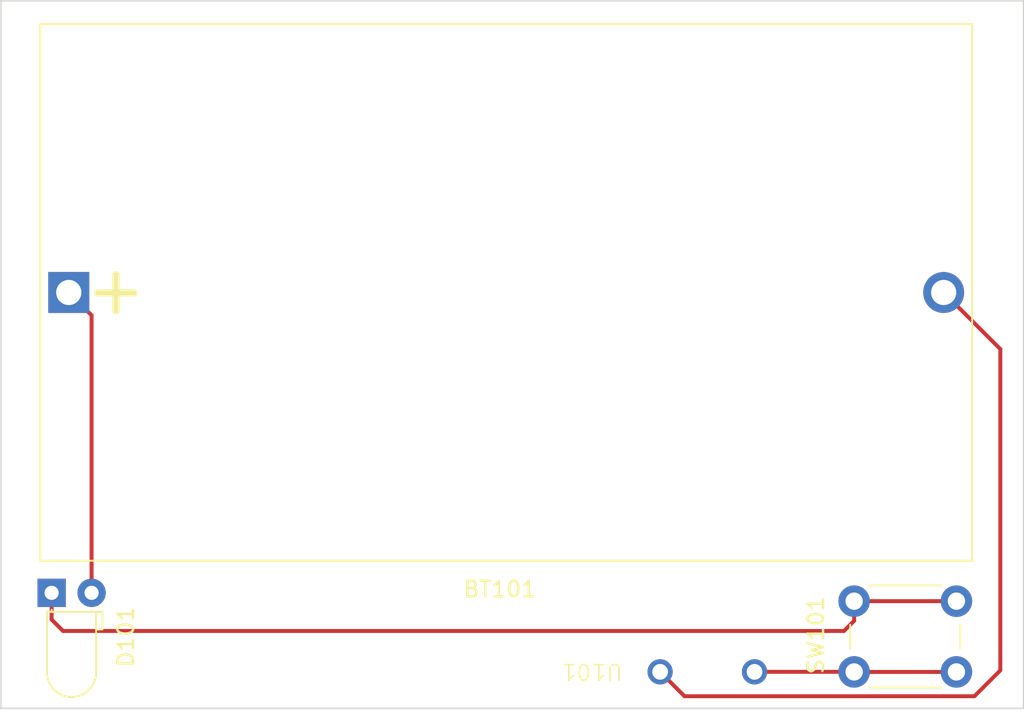
<source format=kicad_pcb>
(kicad_pcb (version 20241229) (generator "pcbnew") (generator_version "9.0")
  (layers (0 "F.Cu" signal) (2 "B.Cu" signal) (13 "F.Paste" user) (15 "B.Paste" user) (5 "F.SilkS" user "F.Silkscreen") (7 "B.SilkS" user "B.Silkscreen") (1 "F.Mask" user) (3 "B.Mask" user) (25 "Edge.Cuts" user))
  (net 0 "")
  (net 1 "+3V0")
  (net 2 "GND")
  (net 3 "Net-(D101-K)")
  (net 4 "Net-(U101-input)")
  (footprint "Battery:BatteryHolder_Bulgin_BX0036_1xC" (layer "F.Cu") (at 114.32 83.55)
    (property "Reference" "BT101" (at 27.4 18.87 0) (layer "F.SilkS"))
    (property "Value" "Battery")
    (fp_line (start -1.81 -17.06) (end -1.81 17.06) (stroke (width 0.12)) (layer "F.SilkS"))
    (fp_line (start -1.81 -17.06) (end 57.41 -17.06) (stroke (width 0.12)) (layer "F.SilkS"))
    (fp_line (start -1.81 17.06) (end 57.41 17.06) (stroke (width 0.12)) (layer "F.SilkS"))
    (fp_line (start 57.41 -17.06) (end 57.41 17.06) (stroke (width 0.12)) (layer "F.SilkS"))
    (fp_text user "+" (at 3 -0.2 0) (layer "F.SilkS") (effects (font (size 3 3) (thickness 0.45))))
    (pad "" np_thru_hole circle (at 11.9 0) (size 3.8 3.8) (drill 3.8) (layers "*.Cu" "*.Mask"))
    (pad "" np_thru_hole circle (at 43.7 0) (size 3.8 3.8) (drill 3.8) (layers "*.Cu" "*.Mask"))
    (pad "1" thru_hole rect (at 0 0) (size 2.6 2.6) (drill 1.6) (layers "*.Cu" "*.Mask") (net 1 "+3V0"))
    (pad "2" thru_hole circle (at 55.6 0) (size 2.6 2.6) (drill 1.6) (layers "*.Cu" "*.Mask") (net 2 "GND"))
  )
  (footprint "LED_THT:LED_D3.0mm_Horizontal_O1.27mm_Z2.0mm" (layer "F.Cu") (at 113.23 102.65)
    (property "Reference" "D101" (at 4.72 2.8 90) (layer "F.SilkS"))
    (property "Value" "LED")
    (fp_line (start -0.29 1.21) (end -0.29 5.07) (stroke (width 0.12)) (layer "F.SilkS"))
    (fp_line (start -0.29 1.21) (end 2.83 1.21) (stroke (width 0.12)) (layer "F.SilkS"))
    (fp_line (start 2.83 1.21) (end 2.83 5.07) (stroke (width 0.12)) (layer "F.SilkS"))
    (fp_rect (start 0 1.08) (end 0 1.21) (stroke (width 0.12)) (fill no) (layer "F.SilkS"))
    (fp_rect (start 2.54 1.08) (end 2.54 1.21) (stroke (width 0.12)) (fill no) (layer "F.SilkS"))
    (fp_rect (start 2.83 1.21) (end 3.23 2.33) (stroke (width 0.12)) (fill no) (layer "F.SilkS"))
    (fp_arc (start 2.83 5.07) (mid 1.27 6.63) (end -0.29 5.07) (stroke (width 0.12)) (layer "F.SilkS"))
    (pad "1" thru_hole rect (at 0 0) (size 1.8 1.8) (drill 0.9) (layers "*.Cu" "*.Mask") (net 3 "Net-(D101-K)"))
    (pad "2" thru_hole circle (at 2.54 0) (size 1.8 1.8) (drill 0.9) (layers "*.Cu" "*.Mask") (net 1 "+3V0"))
  )
  (footprint "Button_Switch_THT:SW_PUSH_6mm" (layer "F.Cu") (at 164.23 103.18)
    (property "Reference" "SW101" (at -2.43 2.16 270) (layer "F.SilkS"))
    (property "Value" "SW_Push")
    (fp_line (start -0.25 1.5) (end -0.25 3) (stroke (width 0.12)) (layer "F.SilkS"))
    (fp_line (start 1 5.5) (end 5.5 5.5) (stroke (width 0.12)) (layer "F.SilkS"))
    (fp_line (start 5.5 -1) (end 1 -1) (stroke (width 0.12)) (layer "F.SilkS"))
    (fp_line (start 6.75 3) (end 6.75 1.5) (stroke (width 0.12)) (layer "F.SilkS"))
    (pad "1" thru_hole circle (at 0 0 90) (size 2 2) (drill 1.1) (layers "*.Cu" "*.Mask") (net 3 "Net-(D101-K)"))
    (pad "1" thru_hole circle (at 6.5 0 90) (size 2 2) (drill 1.1) (layers "*.Cu" "*.Mask") (net 3 "Net-(D101-K)"))
    (pad "2" thru_hole circle (at 0 4.5 90) (size 2 2) (drill 1.1) (layers "*.Cu" "*.Mask") (net 4 "Net-(U101-input)"))
    (pad "2" thru_hole circle (at 6.5 4.5 90) (size 2 2) (drill 1.1) (layers "*.Cu" "*.Mask") (net 4 "Net-(U101-input)"))
  )
  (footprint "test-fp-library:Line" (layer "F.Cu") (at 154.9 107.675 180)
    (property "Reference" "U101" (at 7.325 0 180) (layer "F.SilkS") (effects (font (thickness 0.1))))
    (property "Value" "~")
    (pad "1" thru_hole circle (at -3 0 180) (size 1.6 1.6) (drill 1) (layers "*.Cu" "*.Mask") (net 4 "Net-(U101-input)"))
    (pad "2" thru_hole circle (at 3 0 180) (size 1.6 1.6) (drill 1) (layers "*.Cu" "*.Mask") (net 2 "GND"))
  )
  (gr_line (start 175 110) (end 175 65) (stroke (width 0.1)) (layer "Edge.Cuts"))
  (gr_line (start 110 65) (end 110 110) (stroke (width 0.1)) (layer "Edge.Cuts"))
  (gr_line (start 175 65) (end 110 65) (stroke (width 0.1)) (layer "Edge.Cuts"))
  (gr_line (start 175 110) (end 110 110) (stroke (width 0.1)) (layer "Edge.Cuts"))
  (segment (start 115.77 85) (end 114.32 83.55) (width 0.25) (layer "F.Cu") (net 1))
  (segment (start 115.77 102.65) (end 115.77 85) (width 0.25) (layer "F.Cu") (net 1))
  (segment (start 171.875 109.225) (end 173.52 107.58) (width 0.25) (layer "F.Cu") (net 2))
  (segment (start 153.45 109.225) (end 171.875 109.225) (width 0.25) (layer "F.Cu") (net 2))
  (segment (start 173.52 107.58) (end 173.52 87.15) (width 0.25) (layer "F.Cu") (net 2))
  (segment (start 151.9 107.675) (end 153.45 109.225) (width 0.25) (layer "F.Cu") (net 2))
  (segment (start 173.52 87.15) (end 169.92 83.55) (width 0.25) (layer "F.Cu") (net 2))
  (segment (start 163.585 105.075) (end 164.23 104.43) (width 0.25) (layer "F.Cu") (net 3))
  (segment (start 113.23 104.35) (end 113.955 105.075) (width 0.25) (layer "F.Cu") (net 3))
  (segment (start 113.955 105.075) (end 163.585 105.075) (width 0.25) (layer "F.Cu") (net 3))
  (segment (start 164.23 104.43) (end 164.23 103.18) (width 0.25) (layer "F.Cu") (net 3))
  (segment (start 164.23 103.18) (end 170.73 103.18) (width 0.25) (layer "F.Cu") (net 3))
  (segment (start 113.23 102.65) (end 113.23 104.35) (width 0.25) (layer "F.Cu") (net 3))
  (segment (start 157.9 107.675) (end 163.774 107.675) (width 0.25) (layer "F.Cu") (net 4))
  (segment (start 170.73 107.68) (end 164.23 107.68) (width 0.25) (layer "F.Cu") (net 4))
  (segment (start 163.774 107.675) (end 163.779 107.68) (width 0.25) (layer "F.Cu") (net 4))
)
</source>
